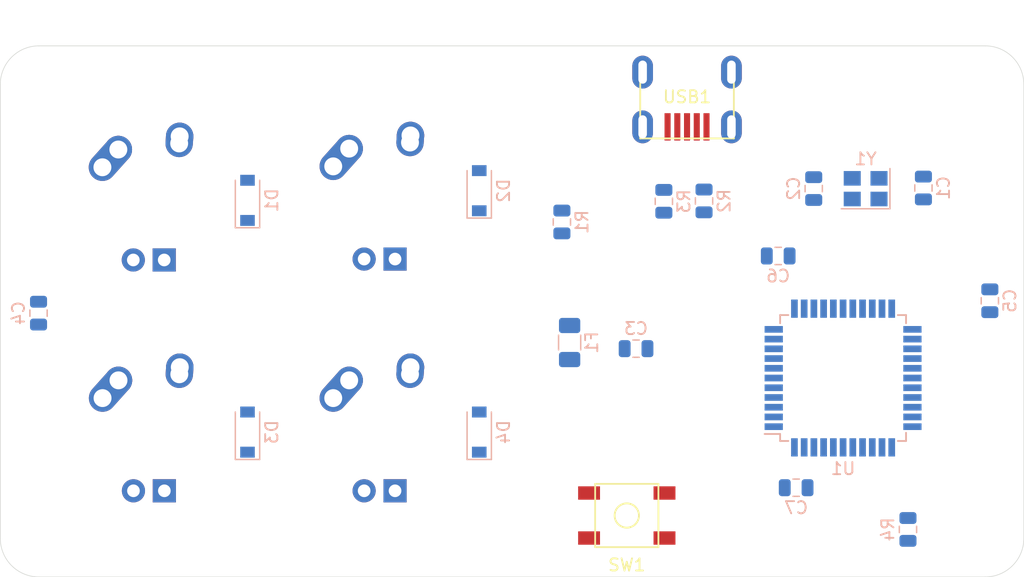
<source format=kicad_pcb>
(kicad_pcb (version 20171130) (host pcbnew "(5.1.4)-1")

  (general
    (thickness 1.6)
    (drawings 8)
    (tracks 0)
    (zones 0)
    (modules 24)
    (nets 49)
  )

  (page A4)
  (layers
    (0 F.Cu signal)
    (31 B.Cu signal)
    (32 B.Adhes user)
    (33 F.Adhes user)
    (34 B.Paste user)
    (35 F.Paste user)
    (36 B.SilkS user)
    (37 F.SilkS user)
    (38 B.Mask user)
    (39 F.Mask user)
    (40 Dwgs.User user)
    (41 Cmts.User user)
    (42 Eco1.User user)
    (43 Eco2.User user)
    (44 Edge.Cuts user)
    (45 Margin user)
    (46 B.CrtYd user)
    (47 F.CrtYd user)
    (48 B.Fab user)
    (49 F.Fab user)
  )

  (setup
    (last_trace_width 0.25)
    (trace_clearance 0.2)
    (zone_clearance 0.508)
    (zone_45_only no)
    (trace_min 0.2)
    (via_size 0.8)
    (via_drill 0.4)
    (via_min_size 0.4)
    (via_min_drill 0.3)
    (uvia_size 0.3)
    (uvia_drill 0.1)
    (uvias_allowed no)
    (uvia_min_size 0.2)
    (uvia_min_drill 0.1)
    (edge_width 0.05)
    (segment_width 0.2)
    (pcb_text_width 0.3)
    (pcb_text_size 1.5 1.5)
    (mod_edge_width 0.12)
    (mod_text_size 1 1)
    (mod_text_width 0.15)
    (pad_size 1.524 1.524)
    (pad_drill 0.762)
    (pad_to_mask_clearance 0.051)
    (solder_mask_min_width 0.25)
    (aux_axis_origin 0 0)
    (visible_elements 7FFFFFFF)
    (pcbplotparams
      (layerselection 0x010fc_ffffffff)
      (usegerberextensions false)
      (usegerberattributes false)
      (usegerberadvancedattributes false)
      (creategerberjobfile false)
      (excludeedgelayer true)
      (linewidth 0.100000)
      (plotframeref false)
      (viasonmask false)
      (mode 1)
      (useauxorigin false)
      (hpglpennumber 1)
      (hpglpenspeed 20)
      (hpglpendiameter 15.000000)
      (psnegative false)
      (psa4output false)
      (plotreference true)
      (plotvalue true)
      (plotinvisibletext false)
      (padsonsilk false)
      (subtractmaskfromsilk false)
      (outputformat 1)
      (mirror false)
      (drillshape 1)
      (scaleselection 1)
      (outputdirectory ""))
  )

  (net 0 "")
  (net 1 GND)
  (net 2 +5V)
  (net 3 "Net-(C3-Pad1)")
  (net 4 "Net-(C4-Pad1)")
  (net 5 "Net-(C6-Pad1)")
  (net 6 "Net-(D1-Pad2)")
  (net 7 ROW0)
  (net 8 "Net-(D2-Pad2)")
  (net 9 ROW1)
  (net 10 "Net-(D3-Pad2)")
  (net 11 "Net-(D4-Pad2)")
  (net 12 VCC)
  (net 13 "Net-(MX1-Pad1)")
  (net 14 "Net-(MX3-Pad1)")
  (net 15 "Net-(R1-Pad2)")
  (net 16 D-)
  (net 17 "Net-(R2-Pad2)")
  (net 18 D+)
  (net 19 "Net-(R3-Pad2)")
  (net 20 "Net-(R4-Pad2)")
  (net 21 "Net-(U1-Pad42)")
  (net 22 "Net-(U1-Pad41)")
  (net 23 "Net-(U1-Pad40)")
  (net 24 "Net-(U1-Pad39)")
  (net 25 "Net-(U1-Pad38)")
  (net 26 "Net-(U1-Pad37)")
  (net 27 "Net-(U1-Pad36)")
  (net 28 "Net-(U1-Pad32)")
  (net 29 "Net-(U1-Pad31)")
  (net 30 "Net-(U1-Pad30)")
  (net 31 "Net-(U1-Pad29)")
  (net 32 "Net-(U1-Pad28)")
  (net 33 "Net-(U1-Pad27)")
  (net 34 "Net-(U1-Pad26)")
  (net 35 "Net-(U1-Pad25)")
  (net 36 "Net-(U1-Pad22)")
  (net 37 "Net-(U1-Pad21)")
  (net 38 "Net-(U1-Pad20)")
  (net 39 "Net-(U1-Pad19)")
  (net 40 "Net-(U1-Pad18)")
  (net 41 "Net-(U1-Pad12)")
  (net 42 "Net-(U1-Pad11)")
  (net 43 "Net-(U1-Pad10)")
  (net 44 "Net-(U1-Pad9)")
  (net 45 "Net-(U1-Pad8)")
  (net 46 "Net-(U1-Pad1)")
  (net 47 "Net-(USB1-Pad6)")
  (net 48 "Net-(USB1-Pad2)")

  (net_class Default "This is the default net class."
    (clearance 0.2)
    (trace_width 0.25)
    (via_dia 0.8)
    (via_drill 0.4)
    (uvia_dia 0.3)
    (uvia_drill 0.1)
    (add_net +5V)
    (add_net D+)
    (add_net D-)
    (add_net GND)
    (add_net "Net-(C3-Pad1)")
    (add_net "Net-(C4-Pad1)")
    (add_net "Net-(C6-Pad1)")
    (add_net "Net-(D1-Pad2)")
    (add_net "Net-(D2-Pad2)")
    (add_net "Net-(D3-Pad2)")
    (add_net "Net-(D4-Pad2)")
    (add_net "Net-(MX1-Pad1)")
    (add_net "Net-(MX3-Pad1)")
    (add_net "Net-(R1-Pad2)")
    (add_net "Net-(R2-Pad2)")
    (add_net "Net-(R3-Pad2)")
    (add_net "Net-(R4-Pad2)")
    (add_net "Net-(U1-Pad1)")
    (add_net "Net-(U1-Pad10)")
    (add_net "Net-(U1-Pad11)")
    (add_net "Net-(U1-Pad12)")
    (add_net "Net-(U1-Pad18)")
    (add_net "Net-(U1-Pad19)")
    (add_net "Net-(U1-Pad20)")
    (add_net "Net-(U1-Pad21)")
    (add_net "Net-(U1-Pad22)")
    (add_net "Net-(U1-Pad25)")
    (add_net "Net-(U1-Pad26)")
    (add_net "Net-(U1-Pad27)")
    (add_net "Net-(U1-Pad28)")
    (add_net "Net-(U1-Pad29)")
    (add_net "Net-(U1-Pad30)")
    (add_net "Net-(U1-Pad31)")
    (add_net "Net-(U1-Pad32)")
    (add_net "Net-(U1-Pad36)")
    (add_net "Net-(U1-Pad37)")
    (add_net "Net-(U1-Pad38)")
    (add_net "Net-(U1-Pad39)")
    (add_net "Net-(U1-Pad40)")
    (add_net "Net-(U1-Pad41)")
    (add_net "Net-(U1-Pad42)")
    (add_net "Net-(U1-Pad8)")
    (add_net "Net-(U1-Pad9)")
    (add_net "Net-(USB1-Pad2)")
    (add_net "Net-(USB1-Pad6)")
    (add_net ROW0)
    (add_net ROW1)
    (add_net VCC)
  )

  (module MX_Alps_Hybrid:MX-1U (layer F.Cu) (tedit 5A9F3A9A) (tstamp 64331556)
    (at 105.791 53.721)
    (path /643DEA5F)
    (fp_text reference MX2 (at 0 3.175) (layer Dwgs.User)
      (effects (font (size 1 1) (thickness 0.15)))
    )
    (fp_text value MX-NoLED (at 0 -7.9375) (layer Dwgs.User)
      (effects (font (size 1 1) (thickness 0.15)))
    )
    (fp_line (start -9.525 9.525) (end -9.525 -9.525) (layer Dwgs.User) (width 0.15))
    (fp_line (start 9.525 9.525) (end -9.525 9.525) (layer Dwgs.User) (width 0.15))
    (fp_line (start 9.525 -9.525) (end 9.525 9.525) (layer Dwgs.User) (width 0.15))
    (fp_line (start -9.525 -9.525) (end 9.525 -9.525) (layer Dwgs.User) (width 0.15))
    (fp_line (start -7 -7) (end -7 -5) (layer Dwgs.User) (width 0.15))
    (fp_line (start -5 -7) (end -7 -7) (layer Dwgs.User) (width 0.15))
    (fp_line (start -7 7) (end -5 7) (layer Dwgs.User) (width 0.15))
    (fp_line (start -7 5) (end -7 7) (layer Dwgs.User) (width 0.15))
    (fp_line (start 7 7) (end 7 5) (layer Dwgs.User) (width 0.15))
    (fp_line (start 5 7) (end 7 7) (layer Dwgs.User) (width 0.15))
    (fp_line (start 7 -7) (end 7 -5) (layer Dwgs.User) (width 0.15))
    (fp_line (start 5 -7) (end 7 -7) (layer Dwgs.User) (width 0.15))
    (pad "" np_thru_hole circle (at 5.08 0 48.0996) (size 1.75 1.75) (drill 1.75) (layers *.Cu *.Mask))
    (pad "" np_thru_hole circle (at -5.08 0 48.0996) (size 1.75 1.75) (drill 1.75) (layers *.Cu *.Mask))
    (pad 4 thru_hole rect (at 1.27 5.08) (size 1.905 1.905) (drill 1.04) (layers *.Cu B.Mask))
    (pad 3 thru_hole circle (at -1.27 5.08) (size 1.905 1.905) (drill 1.04) (layers *.Cu B.Mask))
    (pad 1 thru_hole circle (at -2.5 -4) (size 2.25 2.25) (drill 1.47) (layers *.Cu B.Mask)
      (net 13 "Net-(MX1-Pad1)"))
    (pad "" np_thru_hole circle (at 0 0) (size 3.9878 3.9878) (drill 3.9878) (layers *.Cu *.Mask))
    (pad 1 thru_hole oval (at -3.81 -2.54 48.0996) (size 4.211556 2.25) (drill 1.47 (offset 0.980778 0)) (layers *.Cu B.Mask)
      (net 13 "Net-(MX1-Pad1)"))
    (pad 2 thru_hole circle (at 2.54 -5.08) (size 2.25 2.25) (drill 1.47) (layers *.Cu B.Mask)
      (net 8 "Net-(D2-Pad2)"))
    (pad 2 thru_hole oval (at 2.5 -4.5 86.0548) (size 2.831378 2.25) (drill 1.47 (offset 0.290689 0)) (layers *.Cu B.Mask)
      (net 8 "Net-(D2-Pad2)"))
  )

  (module MX_Alps_Hybrid:MX-1U (layer F.Cu) (tedit 5A9F3A9A) (tstamp 6433156F)
    (at 86.828 72.771)
    (path /643DC28E)
    (fp_text reference MX3 (at 0 3.175) (layer Dwgs.User)
      (effects (font (size 1 1) (thickness 0.15)))
    )
    (fp_text value MX-NoLED (at 0 -7.9375) (layer Dwgs.User)
      (effects (font (size 1 1) (thickness 0.15)))
    )
    (fp_line (start -9.525 9.525) (end -9.525 -9.525) (layer Dwgs.User) (width 0.15))
    (fp_line (start 9.525 9.525) (end -9.525 9.525) (layer Dwgs.User) (width 0.15))
    (fp_line (start 9.525 -9.525) (end 9.525 9.525) (layer Dwgs.User) (width 0.15))
    (fp_line (start -9.525 -9.525) (end 9.525 -9.525) (layer Dwgs.User) (width 0.15))
    (fp_line (start -7 -7) (end -7 -5) (layer Dwgs.User) (width 0.15))
    (fp_line (start -5 -7) (end -7 -7) (layer Dwgs.User) (width 0.15))
    (fp_line (start -7 7) (end -5 7) (layer Dwgs.User) (width 0.15))
    (fp_line (start -7 5) (end -7 7) (layer Dwgs.User) (width 0.15))
    (fp_line (start 7 7) (end 7 5) (layer Dwgs.User) (width 0.15))
    (fp_line (start 5 7) (end 7 7) (layer Dwgs.User) (width 0.15))
    (fp_line (start 7 -7) (end 7 -5) (layer Dwgs.User) (width 0.15))
    (fp_line (start 5 -7) (end 7 -7) (layer Dwgs.User) (width 0.15))
    (pad "" np_thru_hole circle (at 5.08 0 48.0996) (size 1.75 1.75) (drill 1.75) (layers *.Cu *.Mask))
    (pad "" np_thru_hole circle (at -5.08 0 48.0996) (size 1.75 1.75) (drill 1.75) (layers *.Cu *.Mask))
    (pad 4 thru_hole rect (at 1.27 5.08) (size 1.905 1.905) (drill 1.04) (layers *.Cu B.Mask))
    (pad 3 thru_hole circle (at -1.27 5.08) (size 1.905 1.905) (drill 1.04) (layers *.Cu B.Mask))
    (pad 1 thru_hole circle (at -2.5 -4) (size 2.25 2.25) (drill 1.47) (layers *.Cu B.Mask)
      (net 14 "Net-(MX3-Pad1)"))
    (pad "" np_thru_hole circle (at 0 0) (size 3.9878 3.9878) (drill 3.9878) (layers *.Cu *.Mask))
    (pad 1 thru_hole oval (at -3.81 -2.54 48.0996) (size 4.211556 2.25) (drill 1.47 (offset 0.980778 0)) (layers *.Cu B.Mask)
      (net 14 "Net-(MX3-Pad1)"))
    (pad 2 thru_hole circle (at 2.54 -5.08) (size 2.25 2.25) (drill 1.47) (layers *.Cu B.Mask)
      (net 10 "Net-(D3-Pad2)"))
    (pad 2 thru_hole oval (at 2.5 -4.5 86.0548) (size 2.831378 2.25) (drill 1.47 (offset 0.290689 0)) (layers *.Cu B.Mask)
      (net 10 "Net-(D3-Pad2)"))
  )

  (module Crystal:Crystal_SMD_3225-4Pin_3.2x2.5mm (layer B.Cu) (tedit 5A0FD1B2) (tstamp 64331661)
    (at 145.74375 53.01525 180)
    (descr "SMD Crystal SERIES SMD3225/4 http://www.txccrystal.com/images/pdf/7m-accuracy.pdf, 3.2x2.5mm^2 package")
    (tags "SMD SMT crystal")
    (path /6440020C)
    (attr smd)
    (fp_text reference Y1 (at 0 2.45) (layer B.SilkS)
      (effects (font (size 1 1) (thickness 0.15)) (justify mirror))
    )
    (fp_text value 16MHz (at 0 -2.45) (layer B.Fab)
      (effects (font (size 1 1) (thickness 0.15)) (justify mirror))
    )
    (fp_line (start 2.1 1.7) (end -2.1 1.7) (layer B.CrtYd) (width 0.05))
    (fp_line (start 2.1 -1.7) (end 2.1 1.7) (layer B.CrtYd) (width 0.05))
    (fp_line (start -2.1 -1.7) (end 2.1 -1.7) (layer B.CrtYd) (width 0.05))
    (fp_line (start -2.1 1.7) (end -2.1 -1.7) (layer B.CrtYd) (width 0.05))
    (fp_line (start -2 -1.65) (end 2 -1.65) (layer B.SilkS) (width 0.12))
    (fp_line (start -2 1.65) (end -2 -1.65) (layer B.SilkS) (width 0.12))
    (fp_line (start -1.6 -0.25) (end -0.6 -1.25) (layer B.Fab) (width 0.1))
    (fp_line (start 1.6 1.25) (end -1.6 1.25) (layer B.Fab) (width 0.1))
    (fp_line (start 1.6 -1.25) (end 1.6 1.25) (layer B.Fab) (width 0.1))
    (fp_line (start -1.6 -1.25) (end 1.6 -1.25) (layer B.Fab) (width 0.1))
    (fp_line (start -1.6 1.25) (end -1.6 -1.25) (layer B.Fab) (width 0.1))
    (fp_text user %R (at 0 0) (layer B.Fab)
      (effects (font (size 0.7 0.7) (thickness 0.105)) (justify mirror))
    )
    (pad 4 smd rect (at -1.1 0.85 180) (size 1.4 1.2) (layers B.Cu B.Paste B.Mask)
      (net 1 GND))
    (pad 3 smd rect (at 1.1 0.85 180) (size 1.4 1.2) (layers B.Cu B.Paste B.Mask)
      (net 4 "Net-(C4-Pad1)"))
    (pad 2 smd rect (at 1.1 -0.85 180) (size 1.4 1.2) (layers B.Cu B.Paste B.Mask)
      (net 1 GND))
    (pad 1 smd rect (at -1.1 -0.85 180) (size 1.4 1.2) (layers B.Cu B.Paste B.Mask)
      (net 3 "Net-(C3-Pad1)"))
    (model ${KISYS3DMOD}/Crystal.3dshapes/Crystal_SMD_3225-4Pin_3.2x2.5mm.wrl
      (at (xyz 0 0 0))
      (scale (xyz 1 1 1))
      (rotate (xyz 0 0 0))
    )
  )

  (module random-keyboard-parts:Molex-0548190589 (layer F.Cu) (tedit 5C494815) (tstamp 6433164D)
    (at 131.064 43.434 270)
    (path /643C85A4)
    (attr smd)
    (fp_text reference USB1 (at 2.032 0) (layer F.SilkS)
      (effects (font (size 1 1) (thickness 0.15)))
    )
    (fp_text value Molex-0548190589 (at -5.08 0) (layer Dwgs.User)
      (effects (font (size 1 1) (thickness 0.15)))
    )
    (fp_text user %R (at 2 0) (layer F.CrtYd)
      (effects (font (size 1 1) (thickness 0.15)))
    )
    (fp_line (start 3.25 -1.25) (end 5.5 -1.25) (layer F.CrtYd) (width 0.15))
    (fp_line (start 5.5 -0.5) (end 3.25 -0.5) (layer F.CrtYd) (width 0.15))
    (fp_line (start 3.25 0.5) (end 5.5 0.5) (layer F.CrtYd) (width 0.15))
    (fp_line (start 5.5 1.25) (end 3.25 1.25) (layer F.CrtYd) (width 0.15))
    (fp_line (start 3.25 2) (end 5.5 2) (layer F.CrtYd) (width 0.15))
    (fp_line (start 3.25 -2) (end 3.25 2) (layer F.CrtYd) (width 0.15))
    (fp_line (start 5.5 -2) (end 3.25 -2) (layer F.CrtYd) (width 0.15))
    (fp_line (start -3.75 3.75) (end -3.75 -3.75) (layer F.CrtYd) (width 0.15))
    (fp_line (start 5.5 3.75) (end -3.75 3.75) (layer F.CrtYd) (width 0.15))
    (fp_line (start 5.5 -3.75) (end 5.5 3.75) (layer F.CrtYd) (width 0.15))
    (fp_line (start -3.75 -3.75) (end 5.5 -3.75) (layer F.CrtYd) (width 0.15))
    (fp_line (start 0 -3.85) (end 5.45 -3.85) (layer F.SilkS) (width 0.15))
    (fp_line (start 0 3.85) (end 5.45 3.85) (layer F.SilkS) (width 0.15))
    (fp_line (start 5.45 -3.85) (end 5.45 3.85) (layer F.SilkS) (width 0.15))
    (fp_line (start -3.75 -3.85) (end 0 -3.85) (layer Dwgs.User) (width 0.15))
    (fp_line (start -3.75 3.85) (end 0 3.85) (layer Dwgs.User) (width 0.15))
    (fp_line (start -1.75 -4.572) (end -1.75 4.572) (layer Dwgs.User) (width 0.15))
    (fp_line (start -3.75 -3.85) (end -3.75 3.85) (layer Dwgs.User) (width 0.15))
    (pad 6 thru_hole oval (at 0 -3.65 270) (size 2.7 1.7) (drill oval 1.9 0.7) (layers *.Cu *.Mask)
      (net 47 "Net-(USB1-Pad6)"))
    (pad 6 thru_hole oval (at 0 3.65 270) (size 2.7 1.7) (drill oval 1.9 0.7) (layers *.Cu *.Mask)
      (net 47 "Net-(USB1-Pad6)"))
    (pad 6 thru_hole oval (at 4.5 3.65 270) (size 2.7 1.7) (drill oval 1.9 0.7) (layers *.Cu *.Mask)
      (net 47 "Net-(USB1-Pad6)"))
    (pad 6 thru_hole oval (at 4.5 -3.65 270) (size 2.7 1.7) (drill oval 1.9 0.7) (layers *.Cu *.Mask)
      (net 47 "Net-(USB1-Pad6)"))
    (pad 5 smd rect (at 4.5 -1.6 270) (size 2.25 0.5) (layers F.Cu F.Paste F.Mask)
      (net 12 VCC))
    (pad 4 smd rect (at 4.5 -0.8 270) (size 2.25 0.5) (layers F.Cu F.Paste F.Mask)
      (net 16 D-))
    (pad 3 smd rect (at 4.5 0 270) (size 2.25 0.5) (layers F.Cu F.Paste F.Mask)
      (net 18 D+))
    (pad 2 smd rect (at 4.5 0.8 270) (size 2.25 0.5) (layers F.Cu F.Paste F.Mask)
      (net 48 "Net-(USB1-Pad2)"))
    (pad 1 smd rect (at 4.5 1.6 270) (size 2.25 0.5) (layers F.Cu F.Paste F.Mask)
      (net 1 GND))
  )

  (module Package_QFP:TQFP-44_10x10mm_P0.8mm (layer B.Cu) (tedit 5A02F146) (tstamp 6433162D)
    (at 143.891 68.58)
    (descr "44-Lead Plastic Thin Quad Flatpack (PT) - 10x10x1.0 mm Body [TQFP] (see Microchip Packaging Specification 00000049BS.pdf)")
    (tags "QFP 0.8")
    (path /6433A4A7)
    (attr smd)
    (fp_text reference U1 (at 0 7.45) (layer B.SilkS)
      (effects (font (size 1 1) (thickness 0.15)) (justify mirror))
    )
    (fp_text value ATmega32U4-AU (at 0 -7.45) (layer B.Fab)
      (effects (font (size 1 1) (thickness 0.15)) (justify mirror))
    )
    (fp_line (start -5.175 4.6) (end -6.45 4.6) (layer B.SilkS) (width 0.15))
    (fp_line (start 5.175 5.175) (end 4.5 5.175) (layer B.SilkS) (width 0.15))
    (fp_line (start 5.175 -5.175) (end 4.5 -5.175) (layer B.SilkS) (width 0.15))
    (fp_line (start -5.175 -5.175) (end -4.5 -5.175) (layer B.SilkS) (width 0.15))
    (fp_line (start -5.175 5.175) (end -4.5 5.175) (layer B.SilkS) (width 0.15))
    (fp_line (start -5.175 -5.175) (end -5.175 -4.5) (layer B.SilkS) (width 0.15))
    (fp_line (start 5.175 -5.175) (end 5.175 -4.5) (layer B.SilkS) (width 0.15))
    (fp_line (start 5.175 5.175) (end 5.175 4.5) (layer B.SilkS) (width 0.15))
    (fp_line (start -5.175 5.175) (end -5.175 4.6) (layer B.SilkS) (width 0.15))
    (fp_line (start -6.7 -6.7) (end 6.7 -6.7) (layer B.CrtYd) (width 0.05))
    (fp_line (start -6.7 6.7) (end 6.7 6.7) (layer B.CrtYd) (width 0.05))
    (fp_line (start 6.7 6.7) (end 6.7 -6.7) (layer B.CrtYd) (width 0.05))
    (fp_line (start -6.7 6.7) (end -6.7 -6.7) (layer B.CrtYd) (width 0.05))
    (fp_line (start -5 4) (end -4 5) (layer B.Fab) (width 0.15))
    (fp_line (start -5 -5) (end -5 4) (layer B.Fab) (width 0.15))
    (fp_line (start 5 -5) (end -5 -5) (layer B.Fab) (width 0.15))
    (fp_line (start 5 5) (end 5 -5) (layer B.Fab) (width 0.15))
    (fp_line (start -4 5) (end 5 5) (layer B.Fab) (width 0.15))
    (fp_text user %R (at 0 0) (layer B.Fab)
      (effects (font (size 1 1) (thickness 0.15)) (justify mirror))
    )
    (pad 44 smd rect (at -4 5.7 270) (size 1.5 0.55) (layers B.Cu B.Paste B.Mask)
      (net 2 +5V))
    (pad 43 smd rect (at -3.2 5.7 270) (size 1.5 0.55) (layers B.Cu B.Paste B.Mask)
      (net 1 GND))
    (pad 42 smd rect (at -2.4 5.7 270) (size 1.5 0.55) (layers B.Cu B.Paste B.Mask)
      (net 21 "Net-(U1-Pad42)"))
    (pad 41 smd rect (at -1.6 5.7 270) (size 1.5 0.55) (layers B.Cu B.Paste B.Mask)
      (net 22 "Net-(U1-Pad41)"))
    (pad 40 smd rect (at -0.8 5.7 270) (size 1.5 0.55) (layers B.Cu B.Paste B.Mask)
      (net 23 "Net-(U1-Pad40)"))
    (pad 39 smd rect (at 0 5.7 270) (size 1.5 0.55) (layers B.Cu B.Paste B.Mask)
      (net 24 "Net-(U1-Pad39)"))
    (pad 38 smd rect (at 0.8 5.7 270) (size 1.5 0.55) (layers B.Cu B.Paste B.Mask)
      (net 25 "Net-(U1-Pad38)"))
    (pad 37 smd rect (at 1.6 5.7 270) (size 1.5 0.55) (layers B.Cu B.Paste B.Mask)
      (net 26 "Net-(U1-Pad37)"))
    (pad 36 smd rect (at 2.4 5.7 270) (size 1.5 0.55) (layers B.Cu B.Paste B.Mask)
      (net 27 "Net-(U1-Pad36)"))
    (pad 35 smd rect (at 3.2 5.7 270) (size 1.5 0.55) (layers B.Cu B.Paste B.Mask)
      (net 1 GND))
    (pad 34 smd rect (at 4 5.7 270) (size 1.5 0.55) (layers B.Cu B.Paste B.Mask)
      (net 2 +5V))
    (pad 33 smd rect (at 5.7 4) (size 1.5 0.55) (layers B.Cu B.Paste B.Mask)
      (net 20 "Net-(R4-Pad2)"))
    (pad 32 smd rect (at 5.7 3.2) (size 1.5 0.55) (layers B.Cu B.Paste B.Mask)
      (net 28 "Net-(U1-Pad32)"))
    (pad 31 smd rect (at 5.7 2.4) (size 1.5 0.55) (layers B.Cu B.Paste B.Mask)
      (net 29 "Net-(U1-Pad31)"))
    (pad 30 smd rect (at 5.7 1.6) (size 1.5 0.55) (layers B.Cu B.Paste B.Mask)
      (net 30 "Net-(U1-Pad30)"))
    (pad 29 smd rect (at 5.7 0.8) (size 1.5 0.55) (layers B.Cu B.Paste B.Mask)
      (net 31 "Net-(U1-Pad29)"))
    (pad 28 smd rect (at 5.7 0) (size 1.5 0.55) (layers B.Cu B.Paste B.Mask)
      (net 32 "Net-(U1-Pad28)"))
    (pad 27 smd rect (at 5.7 -0.8) (size 1.5 0.55) (layers B.Cu B.Paste B.Mask)
      (net 33 "Net-(U1-Pad27)"))
    (pad 26 smd rect (at 5.7 -1.6) (size 1.5 0.55) (layers B.Cu B.Paste B.Mask)
      (net 34 "Net-(U1-Pad26)"))
    (pad 25 smd rect (at 5.7 -2.4) (size 1.5 0.55) (layers B.Cu B.Paste B.Mask)
      (net 35 "Net-(U1-Pad25)"))
    (pad 24 smd rect (at 5.7 -3.2) (size 1.5 0.55) (layers B.Cu B.Paste B.Mask)
      (net 2 +5V))
    (pad 23 smd rect (at 5.7 -4) (size 1.5 0.55) (layers B.Cu B.Paste B.Mask)
      (net 1 GND))
    (pad 22 smd rect (at 4 -5.7 270) (size 1.5 0.55) (layers B.Cu B.Paste B.Mask)
      (net 36 "Net-(U1-Pad22)"))
    (pad 21 smd rect (at 3.2 -5.7 270) (size 1.5 0.55) (layers B.Cu B.Paste B.Mask)
      (net 37 "Net-(U1-Pad21)"))
    (pad 20 smd rect (at 2.4 -5.7 270) (size 1.5 0.55) (layers B.Cu B.Paste B.Mask)
      (net 38 "Net-(U1-Pad20)"))
    (pad 19 smd rect (at 1.6 -5.7 270) (size 1.5 0.55) (layers B.Cu B.Paste B.Mask)
      (net 39 "Net-(U1-Pad19)"))
    (pad 18 smd rect (at 0.8 -5.7 270) (size 1.5 0.55) (layers B.Cu B.Paste B.Mask)
      (net 40 "Net-(U1-Pad18)"))
    (pad 17 smd rect (at 0 -5.7 270) (size 1.5 0.55) (layers B.Cu B.Paste B.Mask)
      (net 3 "Net-(C3-Pad1)"))
    (pad 16 smd rect (at -0.8 -5.7 270) (size 1.5 0.55) (layers B.Cu B.Paste B.Mask)
      (net 4 "Net-(C4-Pad1)"))
    (pad 15 smd rect (at -1.6 -5.7 270) (size 1.5 0.55) (layers B.Cu B.Paste B.Mask)
      (net 1 GND))
    (pad 14 smd rect (at -2.4 -5.7 270) (size 1.5 0.55) (layers B.Cu B.Paste B.Mask)
      (net 2 +5V))
    (pad 13 smd rect (at -3.2 -5.7 270) (size 1.5 0.55) (layers B.Cu B.Paste B.Mask)
      (net 19 "Net-(R3-Pad2)"))
    (pad 12 smd rect (at -4 -5.7 270) (size 1.5 0.55) (layers B.Cu B.Paste B.Mask)
      (net 41 "Net-(U1-Pad12)"))
    (pad 11 smd rect (at -5.7 -4) (size 1.5 0.55) (layers B.Cu B.Paste B.Mask)
      (net 42 "Net-(U1-Pad11)"))
    (pad 10 smd rect (at -5.7 -3.2) (size 1.5 0.55) (layers B.Cu B.Paste B.Mask)
      (net 43 "Net-(U1-Pad10)"))
    (pad 9 smd rect (at -5.7 -2.4) (size 1.5 0.55) (layers B.Cu B.Paste B.Mask)
      (net 44 "Net-(U1-Pad9)"))
    (pad 8 smd rect (at -5.7 -1.6) (size 1.5 0.55) (layers B.Cu B.Paste B.Mask)
      (net 45 "Net-(U1-Pad8)"))
    (pad 7 smd rect (at -5.7 -0.8) (size 1.5 0.55) (layers B.Cu B.Paste B.Mask)
      (net 2 +5V))
    (pad 6 smd rect (at -5.7 0) (size 1.5 0.55) (layers B.Cu B.Paste B.Mask)
      (net 5 "Net-(C6-Pad1)"))
    (pad 5 smd rect (at -5.7 0.8) (size 1.5 0.55) (layers B.Cu B.Paste B.Mask)
      (net 1 GND))
    (pad 4 smd rect (at -5.7 1.6) (size 1.5 0.55) (layers B.Cu B.Paste B.Mask)
      (net 17 "Net-(R2-Pad2)"))
    (pad 3 smd rect (at -5.7 2.4) (size 1.5 0.55) (layers B.Cu B.Paste B.Mask)
      (net 15 "Net-(R1-Pad2)"))
    (pad 2 smd rect (at -5.7 3.2) (size 1.5 0.55) (layers B.Cu B.Paste B.Mask)
      (net 2 +5V))
    (pad 1 smd rect (at -5.7 4) (size 1.5 0.55) (layers B.Cu B.Paste B.Mask)
      (net 46 "Net-(U1-Pad1)"))
    (model ${KISYS3DMOD}/Package_QFP.3dshapes/TQFP-44_10x10mm_P0.8mm.wrl
      (at (xyz 0 0 0))
      (scale (xyz 1 1 1))
      (rotate (xyz 0 0 0))
    )
  )

  (module random-keyboard-parts:SKQG-1155865 (layer F.Cu) (tedit 5E62B398) (tstamp 643315EA)
    (at 126.111 79.883)
    (path /643A5CD5)
    (attr smd)
    (fp_text reference SW1 (at 0 4.064) (layer F.SilkS)
      (effects (font (size 1 1) (thickness 0.15)))
    )
    (fp_text value SW_Push (at 0 -4.064) (layer F.Fab)
      (effects (font (size 1 1) (thickness 0.15)))
    )
    (fp_line (start -2.6 -2.6) (end 2.6 -2.6) (layer F.SilkS) (width 0.15))
    (fp_line (start 2.6 -2.6) (end 2.6 2.6) (layer F.SilkS) (width 0.15))
    (fp_line (start 2.6 2.6) (end -2.6 2.6) (layer F.SilkS) (width 0.15))
    (fp_line (start -2.6 2.6) (end -2.6 -2.6) (layer F.SilkS) (width 0.15))
    (fp_circle (center 0 0) (end 1 0) (layer F.SilkS) (width 0.15))
    (fp_line (start -4.2 -2.6) (end 4.2 -2.6) (layer F.Fab) (width 0.15))
    (fp_line (start 4.2 -2.6) (end 4.2 -1.2) (layer F.Fab) (width 0.15))
    (fp_line (start 4.2 -1.1) (end 2.6 -1.1) (layer F.Fab) (width 0.15))
    (fp_line (start 2.6 -1.1) (end 2.6 1.1) (layer F.Fab) (width 0.15))
    (fp_line (start 2.6 1.1) (end 4.2 1.1) (layer F.Fab) (width 0.15))
    (fp_line (start 4.2 1.1) (end 4.2 2.6) (layer F.Fab) (width 0.15))
    (fp_line (start 4.2 2.6) (end -4.2 2.6) (layer F.Fab) (width 0.15))
    (fp_line (start -4.2 2.6) (end -4.2 1.1) (layer F.Fab) (width 0.15))
    (fp_line (start -4.2 1.1) (end -2.6 1.1) (layer F.Fab) (width 0.15))
    (fp_line (start -2.6 1.1) (end -2.6 -1.1) (layer F.Fab) (width 0.15))
    (fp_line (start -2.6 -1.1) (end -4.2 -1.1) (layer F.Fab) (width 0.15))
    (fp_line (start -4.2 -1.1) (end -4.2 -2.6) (layer F.Fab) (width 0.15))
    (fp_circle (center 0 0) (end 1 0) (layer F.Fab) (width 0.15))
    (fp_line (start -2.6 -1.1) (end -1.1 -2.6) (layer F.Fab) (width 0.15))
    (fp_line (start 2.6 -1.1) (end 1.1 -2.6) (layer F.Fab) (width 0.15))
    (fp_line (start 2.6 1.1) (end 1.1 2.6) (layer F.Fab) (width 0.15))
    (fp_line (start -2.6 1.1) (end -1.1 2.6) (layer F.Fab) (width 0.15))
    (pad 4 smd rect (at -3.1 1.85) (size 1.8 1.1) (layers F.Cu F.Paste F.Mask))
    (pad 3 smd rect (at 3.1 -1.85) (size 1.8 1.1) (layers F.Cu F.Paste F.Mask))
    (pad 2 smd rect (at -3.1 -1.85) (size 1.8 1.1) (layers F.Cu F.Paste F.Mask)
      (net 19 "Net-(R3-Pad2)"))
    (pad 1 smd rect (at 3.1 1.85) (size 1.8 1.1) (layers F.Cu F.Paste F.Mask)
      (net 1 GND))
    (model ${KISYS3DMOD}/Button_Switch_SMD.3dshapes/SW_SPST_TL3342.step
      (at (xyz 0 0 0))
      (scale (xyz 1 1 1))
      (rotate (xyz 0 0 0))
    )
  )

  (module Resistor_SMD:R_0805_2012Metric (layer B.Cu) (tedit 5B36C52B) (tstamp 643315CC)
    (at 149.225 81.026 270)
    (descr "Resistor SMD 0805 (2012 Metric), square (rectangular) end terminal, IPC_7351 nominal, (Body size source: https://docs.google.com/spreadsheets/d/1BsfQQcO9C6DZCsRaXUlFlo91Tg2WpOkGARC1WS5S8t0/edit?usp=sharing), generated with kicad-footprint-generator")
    (tags resistor)
    (path /6434FA4A)
    (attr smd)
    (fp_text reference R4 (at 0 1.65 270) (layer B.SilkS)
      (effects (font (size 1 1) (thickness 0.15)) (justify mirror))
    )
    (fp_text value 10k (at 0 -1.65 270) (layer B.Fab)
      (effects (font (size 1 1) (thickness 0.15)) (justify mirror))
    )
    (fp_text user %R (at 0 0 270) (layer B.Fab)
      (effects (font (size 0.5 0.5) (thickness 0.08)) (justify mirror))
    )
    (fp_line (start 1.68 -0.95) (end -1.68 -0.95) (layer B.CrtYd) (width 0.05))
    (fp_line (start 1.68 0.95) (end 1.68 -0.95) (layer B.CrtYd) (width 0.05))
    (fp_line (start -1.68 0.95) (end 1.68 0.95) (layer B.CrtYd) (width 0.05))
    (fp_line (start -1.68 -0.95) (end -1.68 0.95) (layer B.CrtYd) (width 0.05))
    (fp_line (start -0.258578 -0.71) (end 0.258578 -0.71) (layer B.SilkS) (width 0.12))
    (fp_line (start -0.258578 0.71) (end 0.258578 0.71) (layer B.SilkS) (width 0.12))
    (fp_line (start 1 -0.6) (end -1 -0.6) (layer B.Fab) (width 0.1))
    (fp_line (start 1 0.6) (end 1 -0.6) (layer B.Fab) (width 0.1))
    (fp_line (start -1 0.6) (end 1 0.6) (layer B.Fab) (width 0.1))
    (fp_line (start -1 -0.6) (end -1 0.6) (layer B.Fab) (width 0.1))
    (pad 2 smd roundrect (at 0.9375 0 270) (size 0.975 1.4) (layers B.Cu B.Paste B.Mask) (roundrect_rratio 0.25)
      (net 20 "Net-(R4-Pad2)"))
    (pad 1 smd roundrect (at -0.9375 0 270) (size 0.975 1.4) (layers B.Cu B.Paste B.Mask) (roundrect_rratio 0.25)
      (net 1 GND))
    (model ${KISYS3DMOD}/Resistor_SMD.3dshapes/R_0805_2012Metric.wrl
      (at (xyz 0 0 0))
      (scale (xyz 1 1 1))
      (rotate (xyz 0 0 0))
    )
  )

  (module Resistor_SMD:R_0805_2012Metric (layer B.Cu) (tedit 5B36C52B) (tstamp 643315BB)
    (at 129.159 54.0535 90)
    (descr "Resistor SMD 0805 (2012 Metric), square (rectangular) end terminal, IPC_7351 nominal, (Body size source: https://docs.google.com/spreadsheets/d/1BsfQQcO9C6DZCsRaXUlFlo91Tg2WpOkGARC1WS5S8t0/edit?usp=sharing), generated with kicad-footprint-generator")
    (tags resistor)
    (path /643ACD68)
    (attr smd)
    (fp_text reference R3 (at 0 1.65 90) (layer B.SilkS)
      (effects (font (size 1 1) (thickness 0.15)) (justify mirror))
    )
    (fp_text value 22 (at 0 -1.65 90) (layer B.Fab)
      (effects (font (size 1 1) (thickness 0.15)) (justify mirror))
    )
    (fp_text user %R (at 0 0 90) (layer B.Fab)
      (effects (font (size 0.5 0.5) (thickness 0.08)) (justify mirror))
    )
    (fp_line (start 1.68 -0.95) (end -1.68 -0.95) (layer B.CrtYd) (width 0.05))
    (fp_line (start 1.68 0.95) (end 1.68 -0.95) (layer B.CrtYd) (width 0.05))
    (fp_line (start -1.68 0.95) (end 1.68 0.95) (layer B.CrtYd) (width 0.05))
    (fp_line (start -1.68 -0.95) (end -1.68 0.95) (layer B.CrtYd) (width 0.05))
    (fp_line (start -0.258578 -0.71) (end 0.258578 -0.71) (layer B.SilkS) (width 0.12))
    (fp_line (start -0.258578 0.71) (end 0.258578 0.71) (layer B.SilkS) (width 0.12))
    (fp_line (start 1 -0.6) (end -1 -0.6) (layer B.Fab) (width 0.1))
    (fp_line (start 1 0.6) (end 1 -0.6) (layer B.Fab) (width 0.1))
    (fp_line (start -1 0.6) (end 1 0.6) (layer B.Fab) (width 0.1))
    (fp_line (start -1 -0.6) (end -1 0.6) (layer B.Fab) (width 0.1))
    (pad 2 smd roundrect (at 0.9375 0 90) (size 0.975 1.4) (layers B.Cu B.Paste B.Mask) (roundrect_rratio 0.25)
      (net 19 "Net-(R3-Pad2)"))
    (pad 1 smd roundrect (at -0.9375 0 90) (size 0.975 1.4) (layers B.Cu B.Paste B.Mask) (roundrect_rratio 0.25)
      (net 2 +5V))
    (model ${KISYS3DMOD}/Resistor_SMD.3dshapes/R_0805_2012Metric.wrl
      (at (xyz 0 0 0))
      (scale (xyz 1 1 1))
      (rotate (xyz 0 0 0))
    )
  )

  (module Resistor_SMD:R_0805_2012Metric (layer B.Cu) (tedit 5B36C52B) (tstamp 6433437D)
    (at 132.461 54.0235 90)
    (descr "Resistor SMD 0805 (2012 Metric), square (rectangular) end terminal, IPC_7351 nominal, (Body size source: https://docs.google.com/spreadsheets/d/1BsfQQcO9C6DZCsRaXUlFlo91Tg2WpOkGARC1WS5S8t0/edit?usp=sharing), generated with kicad-footprint-generator")
    (tags resistor)
    (path /643532BF)
    (attr smd)
    (fp_text reference R2 (at 0 1.65 270) (layer B.SilkS)
      (effects (font (size 1 1) (thickness 0.15)) (justify mirror))
    )
    (fp_text value 22 (at 0 -1.65 270) (layer B.Fab)
      (effects (font (size 1 1) (thickness 0.15)) (justify mirror))
    )
    (fp_text user %R (at 0 0 270) (layer B.Fab)
      (effects (font (size 0.5 0.5) (thickness 0.08)) (justify mirror))
    )
    (fp_line (start 1.68 -0.95) (end -1.68 -0.95) (layer B.CrtYd) (width 0.05))
    (fp_line (start 1.68 0.95) (end 1.68 -0.95) (layer B.CrtYd) (width 0.05))
    (fp_line (start -1.68 0.95) (end 1.68 0.95) (layer B.CrtYd) (width 0.05))
    (fp_line (start -1.68 -0.95) (end -1.68 0.95) (layer B.CrtYd) (width 0.05))
    (fp_line (start -0.258578 -0.71) (end 0.258578 -0.71) (layer B.SilkS) (width 0.12))
    (fp_line (start -0.258578 0.71) (end 0.258578 0.71) (layer B.SilkS) (width 0.12))
    (fp_line (start 1 -0.6) (end -1 -0.6) (layer B.Fab) (width 0.1))
    (fp_line (start 1 0.6) (end 1 -0.6) (layer B.Fab) (width 0.1))
    (fp_line (start -1 0.6) (end 1 0.6) (layer B.Fab) (width 0.1))
    (fp_line (start -1 -0.6) (end -1 0.6) (layer B.Fab) (width 0.1))
    (pad 2 smd roundrect (at 0.9375 0 90) (size 0.975 1.4) (layers B.Cu B.Paste B.Mask) (roundrect_rratio 0.25)
      (net 17 "Net-(R2-Pad2)"))
    (pad 1 smd roundrect (at -0.9375 0 90) (size 0.975 1.4) (layers B.Cu B.Paste B.Mask) (roundrect_rratio 0.25)
      (net 18 D+))
    (model ${KISYS3DMOD}/Resistor_SMD.3dshapes/R_0805_2012Metric.wrl
      (at (xyz 0 0 0))
      (scale (xyz 1 1 1))
      (rotate (xyz 0 0 0))
    )
  )

  (module Resistor_SMD:R_0805_2012Metric (layer B.Cu) (tedit 5B36C52B) (tstamp 64331599)
    (at 120.777 55.753 90)
    (descr "Resistor SMD 0805 (2012 Metric), square (rectangular) end terminal, IPC_7351 nominal, (Body size source: https://docs.google.com/spreadsheets/d/1BsfQQcO9C6DZCsRaXUlFlo91Tg2WpOkGARC1WS5S8t0/edit?usp=sharing), generated with kicad-footprint-generator")
    (tags resistor)
    (path /64356707)
    (attr smd)
    (fp_text reference R1 (at 0 1.65 90) (layer B.SilkS)
      (effects (font (size 1 1) (thickness 0.15)) (justify mirror))
    )
    (fp_text value 22 (at 0 -1.65 90) (layer B.Fab)
      (effects (font (size 1 1) (thickness 0.15)) (justify mirror))
    )
    (fp_text user %R (at 0 0 90) (layer B.Fab)
      (effects (font (size 0.5 0.5) (thickness 0.08)) (justify mirror))
    )
    (fp_line (start 1.68 -0.95) (end -1.68 -0.95) (layer B.CrtYd) (width 0.05))
    (fp_line (start 1.68 0.95) (end 1.68 -0.95) (layer B.CrtYd) (width 0.05))
    (fp_line (start -1.68 0.95) (end 1.68 0.95) (layer B.CrtYd) (width 0.05))
    (fp_line (start -1.68 -0.95) (end -1.68 0.95) (layer B.CrtYd) (width 0.05))
    (fp_line (start -0.258578 -0.71) (end 0.258578 -0.71) (layer B.SilkS) (width 0.12))
    (fp_line (start -0.258578 0.71) (end 0.258578 0.71) (layer B.SilkS) (width 0.12))
    (fp_line (start 1 -0.6) (end -1 -0.6) (layer B.Fab) (width 0.1))
    (fp_line (start 1 0.6) (end 1 -0.6) (layer B.Fab) (width 0.1))
    (fp_line (start -1 0.6) (end 1 0.6) (layer B.Fab) (width 0.1))
    (fp_line (start -1 -0.6) (end -1 0.6) (layer B.Fab) (width 0.1))
    (pad 2 smd roundrect (at 0.9375 0 90) (size 0.975 1.4) (layers B.Cu B.Paste B.Mask) (roundrect_rratio 0.25)
      (net 15 "Net-(R1-Pad2)"))
    (pad 1 smd roundrect (at -0.9375 0 90) (size 0.975 1.4) (layers B.Cu B.Paste B.Mask) (roundrect_rratio 0.25)
      (net 16 D-))
    (model ${KISYS3DMOD}/Resistor_SMD.3dshapes/R_0805_2012Metric.wrl
      (at (xyz 0 0 0))
      (scale (xyz 1 1 1))
      (rotate (xyz 0 0 0))
    )
  )

  (module MX_Alps_Hybrid:MX-1U (layer F.Cu) (tedit 5A9F3A9A) (tstamp 64331588)
    (at 105.791 72.771)
    (path /643DD990)
    (fp_text reference MX4 (at 0 3.175) (layer Dwgs.User)
      (effects (font (size 1 1) (thickness 0.15)))
    )
    (fp_text value MX-NoLED (at 0 -7.9375) (layer Dwgs.User)
      (effects (font (size 1 1) (thickness 0.15)))
    )
    (fp_line (start -9.525 9.525) (end -9.525 -9.525) (layer Dwgs.User) (width 0.15))
    (fp_line (start 9.525 9.525) (end -9.525 9.525) (layer Dwgs.User) (width 0.15))
    (fp_line (start 9.525 -9.525) (end 9.525 9.525) (layer Dwgs.User) (width 0.15))
    (fp_line (start -9.525 -9.525) (end 9.525 -9.525) (layer Dwgs.User) (width 0.15))
    (fp_line (start -7 -7) (end -7 -5) (layer Dwgs.User) (width 0.15))
    (fp_line (start -5 -7) (end -7 -7) (layer Dwgs.User) (width 0.15))
    (fp_line (start -7 7) (end -5 7) (layer Dwgs.User) (width 0.15))
    (fp_line (start -7 5) (end -7 7) (layer Dwgs.User) (width 0.15))
    (fp_line (start 7 7) (end 7 5) (layer Dwgs.User) (width 0.15))
    (fp_line (start 5 7) (end 7 7) (layer Dwgs.User) (width 0.15))
    (fp_line (start 7 -7) (end 7 -5) (layer Dwgs.User) (width 0.15))
    (fp_line (start 5 -7) (end 7 -7) (layer Dwgs.User) (width 0.15))
    (pad "" np_thru_hole circle (at 5.08 0 48.0996) (size 1.75 1.75) (drill 1.75) (layers *.Cu *.Mask))
    (pad "" np_thru_hole circle (at -5.08 0 48.0996) (size 1.75 1.75) (drill 1.75) (layers *.Cu *.Mask))
    (pad 4 thru_hole rect (at 1.27 5.08) (size 1.905 1.905) (drill 1.04) (layers *.Cu B.Mask))
    (pad 3 thru_hole circle (at -1.27 5.08) (size 1.905 1.905) (drill 1.04) (layers *.Cu B.Mask))
    (pad 1 thru_hole circle (at -2.5 -4) (size 2.25 2.25) (drill 1.47) (layers *.Cu B.Mask)
      (net 14 "Net-(MX3-Pad1)"))
    (pad "" np_thru_hole circle (at 0 0) (size 3.9878 3.9878) (drill 3.9878) (layers *.Cu *.Mask))
    (pad 1 thru_hole oval (at -3.81 -2.54 48.0996) (size 4.211556 2.25) (drill 1.47 (offset 0.980778 0)) (layers *.Cu B.Mask)
      (net 14 "Net-(MX3-Pad1)"))
    (pad 2 thru_hole circle (at 2.54 -5.08) (size 2.25 2.25) (drill 1.47) (layers *.Cu B.Mask)
      (net 11 "Net-(D4-Pad2)"))
    (pad 2 thru_hole oval (at 2.5 -4.5 86.0548) (size 2.831378 2.25) (drill 1.47 (offset 0.290689 0)) (layers *.Cu B.Mask)
      (net 11 "Net-(D4-Pad2)"))
  )

  (module MX_Alps_Hybrid:MX-1U locked (layer F.Cu) (tedit 5A9F3A9A) (tstamp 64331EB0)
    (at 86.816001 53.796001)
    (path /643D5672)
    (fp_text reference MX1 (at 0 3.175) (layer Dwgs.User)
      (effects (font (size 1 1) (thickness 0.15)))
    )
    (fp_text value MX-NoLED (at 0 -7.9375) (layer Dwgs.User)
      (effects (font (size 1 1) (thickness 0.15)))
    )
    (fp_line (start -9.525 9.525) (end -9.525 -9.525) (layer Dwgs.User) (width 0.15))
    (fp_line (start 9.525 9.525) (end -9.525 9.525) (layer Dwgs.User) (width 0.15))
    (fp_line (start 9.525 -9.525) (end 9.525 9.525) (layer Dwgs.User) (width 0.15))
    (fp_line (start -9.525 -9.525) (end 9.525 -9.525) (layer Dwgs.User) (width 0.15))
    (fp_line (start -7 -7) (end -7 -5) (layer Dwgs.User) (width 0.15))
    (fp_line (start -5 -7) (end -7 -7) (layer Dwgs.User) (width 0.15))
    (fp_line (start -7 7) (end -5 7) (layer Dwgs.User) (width 0.15))
    (fp_line (start -7 5) (end -7 7) (layer Dwgs.User) (width 0.15))
    (fp_line (start 7 7) (end 7 5) (layer Dwgs.User) (width 0.15))
    (fp_line (start 5 7) (end 7 7) (layer Dwgs.User) (width 0.15))
    (fp_line (start 7 -7) (end 7 -5) (layer Dwgs.User) (width 0.15))
    (fp_line (start 5 -7) (end 7 -7) (layer Dwgs.User) (width 0.15))
    (pad "" np_thru_hole circle (at 5.08 0 48.0996) (size 1.75 1.75) (drill 1.75) (layers *.Cu *.Mask))
    (pad "" np_thru_hole circle (at -5.08 0 48.0996) (size 1.75 1.75) (drill 1.75) (layers *.Cu *.Mask))
    (pad 4 thru_hole rect (at 1.27 5.08) (size 1.905 1.905) (drill 1.04) (layers *.Cu B.Mask))
    (pad 3 thru_hole circle (at -1.27 5.08) (size 1.905 1.905) (drill 1.04) (layers *.Cu B.Mask))
    (pad 1 thru_hole circle (at -2.5 -4) (size 2.25 2.25) (drill 1.47) (layers *.Cu B.Mask)
      (net 13 "Net-(MX1-Pad1)"))
    (pad "" np_thru_hole circle (at 0 0) (size 3.9878 3.9878) (drill 3.9878) (layers *.Cu *.Mask))
    (pad 1 thru_hole oval (at -3.81 -2.54 48.0996) (size 4.211556 2.25) (drill 1.47 (offset 0.980778 0)) (layers *.Cu B.Mask)
      (net 13 "Net-(MX1-Pad1)"))
    (pad 2 thru_hole circle (at 2.54 -5.08) (size 2.25 2.25) (drill 1.47) (layers *.Cu B.Mask)
      (net 6 "Net-(D1-Pad2)"))
    (pad 2 thru_hole oval (at 2.5 -4.5 86.0548) (size 2.831378 2.25) (drill 1.47 (offset 0.290689 0)) (layers *.Cu B.Mask)
      (net 6 "Net-(D1-Pad2)"))
  )

  (module Fuse:Fuse_1206_3216Metric (layer B.Cu) (tedit 5B301BBE) (tstamp 64331524)
    (at 121.412 65.661999 90)
    (descr "Fuse SMD 1206 (3216 Metric), square (rectangular) end terminal, IPC_7351 nominal, (Body size source: http://www.tortai-tech.com/upload/download/2011102023233369053.pdf), generated with kicad-footprint-generator")
    (tags resistor)
    (path /643CF417)
    (attr smd)
    (fp_text reference F1 (at 0 1.82 270) (layer B.SilkS)
      (effects (font (size 1 1) (thickness 0.15)) (justify mirror))
    )
    (fp_text value 500mA (at 0 -1.82 270) (layer B.Fab)
      (effects (font (size 1 1) (thickness 0.15)) (justify mirror))
    )
    (fp_text user %R (at 0 0 270) (layer B.Fab)
      (effects (font (size 0.8 0.8) (thickness 0.12)) (justify mirror))
    )
    (fp_line (start 2.28 -1.12) (end -2.28 -1.12) (layer B.CrtYd) (width 0.05))
    (fp_line (start 2.28 1.12) (end 2.28 -1.12) (layer B.CrtYd) (width 0.05))
    (fp_line (start -2.28 1.12) (end 2.28 1.12) (layer B.CrtYd) (width 0.05))
    (fp_line (start -2.28 -1.12) (end -2.28 1.12) (layer B.CrtYd) (width 0.05))
    (fp_line (start -0.602064 -0.91) (end 0.602064 -0.91) (layer B.SilkS) (width 0.12))
    (fp_line (start -0.602064 0.91) (end 0.602064 0.91) (layer B.SilkS) (width 0.12))
    (fp_line (start 1.6 -0.8) (end -1.6 -0.8) (layer B.Fab) (width 0.1))
    (fp_line (start 1.6 0.8) (end 1.6 -0.8) (layer B.Fab) (width 0.1))
    (fp_line (start -1.6 0.8) (end 1.6 0.8) (layer B.Fab) (width 0.1))
    (fp_line (start -1.6 -0.8) (end -1.6 0.8) (layer B.Fab) (width 0.1))
    (pad 2 smd roundrect (at 1.4 0 90) (size 1.25 1.75) (layers B.Cu B.Paste B.Mask) (roundrect_rratio 0.2)
      (net 12 VCC))
    (pad 1 smd roundrect (at -1.4 0 90) (size 1.25 1.75) (layers B.Cu B.Paste B.Mask) (roundrect_rratio 0.2)
      (net 2 +5V))
    (model ${KISYS3DMOD}/Fuse.3dshapes/Fuse_1206_3216Metric.wrl
      (at (xyz 0 0 0))
      (scale (xyz 1 1 1))
      (rotate (xyz 0 0 0))
    )
  )

  (module Diode_SMD:D_SOD-123 (layer B.Cu) (tedit 58645DC7) (tstamp 64331513)
    (at 113.9825 73.025 90)
    (descr SOD-123)
    (tags SOD-123)
    (path /643DD996)
    (attr smd)
    (fp_text reference D4 (at 0 2 270) (layer B.SilkS)
      (effects (font (size 1 1) (thickness 0.15)) (justify mirror))
    )
    (fp_text value D_Small (at 0 -2.1 270) (layer B.Fab)
      (effects (font (size 1 1) (thickness 0.15)) (justify mirror))
    )
    (fp_line (start -2.25 1) (end 1.65 1) (layer B.SilkS) (width 0.12))
    (fp_line (start -2.25 -1) (end 1.65 -1) (layer B.SilkS) (width 0.12))
    (fp_line (start -2.35 1.15) (end -2.35 -1.15) (layer B.CrtYd) (width 0.05))
    (fp_line (start 2.35 -1.15) (end -2.35 -1.15) (layer B.CrtYd) (width 0.05))
    (fp_line (start 2.35 1.15) (end 2.35 -1.15) (layer B.CrtYd) (width 0.05))
    (fp_line (start -2.35 1.15) (end 2.35 1.15) (layer B.CrtYd) (width 0.05))
    (fp_line (start -1.4 0.9) (end 1.4 0.9) (layer B.Fab) (width 0.1))
    (fp_line (start 1.4 0.9) (end 1.4 -0.9) (layer B.Fab) (width 0.1))
    (fp_line (start 1.4 -0.9) (end -1.4 -0.9) (layer B.Fab) (width 0.1))
    (fp_line (start -1.4 -0.9) (end -1.4 0.9) (layer B.Fab) (width 0.1))
    (fp_line (start -0.75 0) (end -0.35 0) (layer B.Fab) (width 0.1))
    (fp_line (start -0.35 0) (end -0.35 0.55) (layer B.Fab) (width 0.1))
    (fp_line (start -0.35 0) (end -0.35 -0.55) (layer B.Fab) (width 0.1))
    (fp_line (start -0.35 0) (end 0.25 0.4) (layer B.Fab) (width 0.1))
    (fp_line (start 0.25 0.4) (end 0.25 -0.4) (layer B.Fab) (width 0.1))
    (fp_line (start 0.25 -0.4) (end -0.35 0) (layer B.Fab) (width 0.1))
    (fp_line (start 0.25 0) (end 0.75 0) (layer B.Fab) (width 0.1))
    (fp_line (start -2.25 1) (end -2.25 -1) (layer B.SilkS) (width 0.12))
    (fp_text user %R (at 0 2 270) (layer B.Fab)
      (effects (font (size 1 1) (thickness 0.15)) (justify mirror))
    )
    (pad 2 smd rect (at 1.65 0 90) (size 0.9 1.2) (layers B.Cu B.Paste B.Mask)
      (net 11 "Net-(D4-Pad2)"))
    (pad 1 smd rect (at -1.65 0 90) (size 0.9 1.2) (layers B.Cu B.Paste B.Mask)
      (net 9 ROW1))
    (model ${KISYS3DMOD}/Diode_SMD.3dshapes/D_SOD-123.wrl
      (at (xyz 0 0 0))
      (scale (xyz 1 1 1))
      (rotate (xyz 0 0 0))
    )
  )

  (module Diode_SMD:D_SOD-123 (layer B.Cu) (tedit 58645DC7) (tstamp 643314FA)
    (at 94.9325 73.025 90)
    (descr SOD-123)
    (tags SOD-123)
    (path /643DC294)
    (attr smd)
    (fp_text reference D3 (at 0 2 270) (layer B.SilkS)
      (effects (font (size 1 1) (thickness 0.15)) (justify mirror))
    )
    (fp_text value D_Small (at 0 -2.1 270) (layer B.Fab)
      (effects (font (size 1 1) (thickness 0.15)) (justify mirror))
    )
    (fp_line (start -2.25 1) (end 1.65 1) (layer B.SilkS) (width 0.12))
    (fp_line (start -2.25 -1) (end 1.65 -1) (layer B.SilkS) (width 0.12))
    (fp_line (start -2.35 1.15) (end -2.35 -1.15) (layer B.CrtYd) (width 0.05))
    (fp_line (start 2.35 -1.15) (end -2.35 -1.15) (layer B.CrtYd) (width 0.05))
    (fp_line (start 2.35 1.15) (end 2.35 -1.15) (layer B.CrtYd) (width 0.05))
    (fp_line (start -2.35 1.15) (end 2.35 1.15) (layer B.CrtYd) (width 0.05))
    (fp_line (start -1.4 0.9) (end 1.4 0.9) (layer B.Fab) (width 0.1))
    (fp_line (start 1.4 0.9) (end 1.4 -0.9) (layer B.Fab) (width 0.1))
    (fp_line (start 1.4 -0.9) (end -1.4 -0.9) (layer B.Fab) (width 0.1))
    (fp_line (start -1.4 -0.9) (end -1.4 0.9) (layer B.Fab) (width 0.1))
    (fp_line (start -0.75 0) (end -0.35 0) (layer B.Fab) (width 0.1))
    (fp_line (start -0.35 0) (end -0.35 0.55) (layer B.Fab) (width 0.1))
    (fp_line (start -0.35 0) (end -0.35 -0.55) (layer B.Fab) (width 0.1))
    (fp_line (start -0.35 0) (end 0.25 0.4) (layer B.Fab) (width 0.1))
    (fp_line (start 0.25 0.4) (end 0.25 -0.4) (layer B.Fab) (width 0.1))
    (fp_line (start 0.25 -0.4) (end -0.35 0) (layer B.Fab) (width 0.1))
    (fp_line (start 0.25 0) (end 0.75 0) (layer B.Fab) (width 0.1))
    (fp_line (start -2.25 1) (end -2.25 -1) (layer B.SilkS) (width 0.12))
    (fp_text user %R (at 0 2 270) (layer B.Fab)
      (effects (font (size 1 1) (thickness 0.15)) (justify mirror))
    )
    (pad 2 smd rect (at 1.65 0 90) (size 0.9 1.2) (layers B.Cu B.Paste B.Mask)
      (net 10 "Net-(D3-Pad2)"))
    (pad 1 smd rect (at -1.65 0 90) (size 0.9 1.2) (layers B.Cu B.Paste B.Mask)
      (net 7 ROW0))
    (model ${KISYS3DMOD}/Diode_SMD.3dshapes/D_SOD-123.wrl
      (at (xyz 0 0 0))
      (scale (xyz 1 1 1))
      (rotate (xyz 0 0 0))
    )
  )

  (module Diode_SMD:D_SOD-123 (layer B.Cu) (tedit 58645DC7) (tstamp 643314E1)
    (at 113.9825 53.18125 90)
    (descr SOD-123)
    (tags SOD-123)
    (path /643DEA65)
    (attr smd)
    (fp_text reference D2 (at 0 2 270) (layer B.SilkS)
      (effects (font (size 1 1) (thickness 0.15)) (justify mirror))
    )
    (fp_text value D_Small (at 0 -2.1 270) (layer B.Fab)
      (effects (font (size 1 1) (thickness 0.15)) (justify mirror))
    )
    (fp_line (start -2.25 1) (end 1.65 1) (layer B.SilkS) (width 0.12))
    (fp_line (start -2.25 -1) (end 1.65 -1) (layer B.SilkS) (width 0.12))
    (fp_line (start -2.35 1.15) (end -2.35 -1.15) (layer B.CrtYd) (width 0.05))
    (fp_line (start 2.35 -1.15) (end -2.35 -1.15) (layer B.CrtYd) (width 0.05))
    (fp_line (start 2.35 1.15) (end 2.35 -1.15) (layer B.CrtYd) (width 0.05))
    (fp_line (start -2.35 1.15) (end 2.35 1.15) (layer B.CrtYd) (width 0.05))
    (fp_line (start -1.4 0.9) (end 1.4 0.9) (layer B.Fab) (width 0.1))
    (fp_line (start 1.4 0.9) (end 1.4 -0.9) (layer B.Fab) (width 0.1))
    (fp_line (start 1.4 -0.9) (end -1.4 -0.9) (layer B.Fab) (width 0.1))
    (fp_line (start -1.4 -0.9) (end -1.4 0.9) (layer B.Fab) (width 0.1))
    (fp_line (start -0.75 0) (end -0.35 0) (layer B.Fab) (width 0.1))
    (fp_line (start -0.35 0) (end -0.35 0.55) (layer B.Fab) (width 0.1))
    (fp_line (start -0.35 0) (end -0.35 -0.55) (layer B.Fab) (width 0.1))
    (fp_line (start -0.35 0) (end 0.25 0.4) (layer B.Fab) (width 0.1))
    (fp_line (start 0.25 0.4) (end 0.25 -0.4) (layer B.Fab) (width 0.1))
    (fp_line (start 0.25 -0.4) (end -0.35 0) (layer B.Fab) (width 0.1))
    (fp_line (start 0.25 0) (end 0.75 0) (layer B.Fab) (width 0.1))
    (fp_line (start -2.25 1) (end -2.25 -1) (layer B.SilkS) (width 0.12))
    (fp_text user %R (at 0 2 270) (layer B.Fab)
      (effects (font (size 1 1) (thickness 0.15)) (justify mirror))
    )
    (pad 2 smd rect (at 1.65 0 90) (size 0.9 1.2) (layers B.Cu B.Paste B.Mask)
      (net 8 "Net-(D2-Pad2)"))
    (pad 1 smd rect (at -1.65 0 90) (size 0.9 1.2) (layers B.Cu B.Paste B.Mask)
      (net 9 ROW1))
    (model ${KISYS3DMOD}/Diode_SMD.3dshapes/D_SOD-123.wrl
      (at (xyz 0 0 0))
      (scale (xyz 1 1 1))
      (rotate (xyz 0 0 0))
    )
  )

  (module Diode_SMD:D_SOD-123 (layer B.Cu) (tedit 58645DC7) (tstamp 643314C8)
    (at 94.9325 53.975 90)
    (descr SOD-123)
    (tags SOD-123)
    (path /643D6826)
    (attr smd)
    (fp_text reference D1 (at 0 2 270) (layer B.SilkS)
      (effects (font (size 1 1) (thickness 0.15)) (justify mirror))
    )
    (fp_text value D_Small (at 0 -2.1 270) (layer B.Fab)
      (effects (font (size 1 1) (thickness 0.15)) (justify mirror))
    )
    (fp_line (start -2.25 1) (end 1.65 1) (layer B.SilkS) (width 0.12))
    (fp_line (start -2.25 -1) (end 1.65 -1) (layer B.SilkS) (width 0.12))
    (fp_line (start -2.35 1.15) (end -2.35 -1.15) (layer B.CrtYd) (width 0.05))
    (fp_line (start 2.35 -1.15) (end -2.35 -1.15) (layer B.CrtYd) (width 0.05))
    (fp_line (start 2.35 1.15) (end 2.35 -1.15) (layer B.CrtYd) (width 0.05))
    (fp_line (start -2.35 1.15) (end 2.35 1.15) (layer B.CrtYd) (width 0.05))
    (fp_line (start -1.4 0.9) (end 1.4 0.9) (layer B.Fab) (width 0.1))
    (fp_line (start 1.4 0.9) (end 1.4 -0.9) (layer B.Fab) (width 0.1))
    (fp_line (start 1.4 -0.9) (end -1.4 -0.9) (layer B.Fab) (width 0.1))
    (fp_line (start -1.4 -0.9) (end -1.4 0.9) (layer B.Fab) (width 0.1))
    (fp_line (start -0.75 0) (end -0.35 0) (layer B.Fab) (width 0.1))
    (fp_line (start -0.35 0) (end -0.35 0.55) (layer B.Fab) (width 0.1))
    (fp_line (start -0.35 0) (end -0.35 -0.55) (layer B.Fab) (width 0.1))
    (fp_line (start -0.35 0) (end 0.25 0.4) (layer B.Fab) (width 0.1))
    (fp_line (start 0.25 0.4) (end 0.25 -0.4) (layer B.Fab) (width 0.1))
    (fp_line (start 0.25 -0.4) (end -0.35 0) (layer B.Fab) (width 0.1))
    (fp_line (start 0.25 0) (end 0.75 0) (layer B.Fab) (width 0.1))
    (fp_line (start -2.25 1) (end -2.25 -1) (layer B.SilkS) (width 0.12))
    (fp_text user %R (at 0 2 270) (layer B.Fab)
      (effects (font (size 1 1) (thickness 0.15)) (justify mirror))
    )
    (pad 2 smd rect (at 1.65 0 90) (size 0.9 1.2) (layers B.Cu B.Paste B.Mask)
      (net 6 "Net-(D1-Pad2)"))
    (pad 1 smd rect (at -1.65 0 90) (size 0.9 1.2) (layers B.Cu B.Paste B.Mask)
      (net 7 ROW0))
    (model ${KISYS3DMOD}/Diode_SMD.3dshapes/D_SOD-123.wrl
      (at (xyz 0 0 0))
      (scale (xyz 1 1 1))
      (rotate (xyz 0 0 0))
    )
  )

  (module Capacitor_SMD:C_0805_2012Metric (layer B.Cu) (tedit 5B36C52B) (tstamp 643314AF)
    (at 140.0325 77.597)
    (descr "Capacitor SMD 0805 (2012 Metric), square (rectangular) end terminal, IPC_7351 nominal, (Body size source: https://docs.google.com/spreadsheets/d/1BsfQQcO9C6DZCsRaXUlFlo91Tg2WpOkGARC1WS5S8t0/edit?usp=sharing), generated with kicad-footprint-generator")
    (tags capacitor)
    (path /64391591)
    (attr smd)
    (fp_text reference C7 (at 0 1.65) (layer B.SilkS)
      (effects (font (size 1 1) (thickness 0.15)) (justify mirror))
    )
    (fp_text value 10uF (at 0 -1.65) (layer B.Fab)
      (effects (font (size 1 1) (thickness 0.15)) (justify mirror))
    )
    (fp_text user %R (at 0 0) (layer B.Fab)
      (effects (font (size 0.5 0.5) (thickness 0.08)) (justify mirror))
    )
    (fp_line (start 1.68 -0.95) (end -1.68 -0.95) (layer B.CrtYd) (width 0.05))
    (fp_line (start 1.68 0.95) (end 1.68 -0.95) (layer B.CrtYd) (width 0.05))
    (fp_line (start -1.68 0.95) (end 1.68 0.95) (layer B.CrtYd) (width 0.05))
    (fp_line (start -1.68 -0.95) (end -1.68 0.95) (layer B.CrtYd) (width 0.05))
    (fp_line (start -0.258578 -0.71) (end 0.258578 -0.71) (layer B.SilkS) (width 0.12))
    (fp_line (start -0.258578 0.71) (end 0.258578 0.71) (layer B.SilkS) (width 0.12))
    (fp_line (start 1 -0.6) (end -1 -0.6) (layer B.Fab) (width 0.1))
    (fp_line (start 1 0.6) (end 1 -0.6) (layer B.Fab) (width 0.1))
    (fp_line (start -1 0.6) (end 1 0.6) (layer B.Fab) (width 0.1))
    (fp_line (start -1 -0.6) (end -1 0.6) (layer B.Fab) (width 0.1))
    (pad 2 smd roundrect (at 0.9375 0) (size 0.975 1.4) (layers B.Cu B.Paste B.Mask) (roundrect_rratio 0.25)
      (net 1 GND))
    (pad 1 smd roundrect (at -0.9375 0) (size 0.975 1.4) (layers B.Cu B.Paste B.Mask) (roundrect_rratio 0.25)
      (net 2 +5V))
    (model ${KISYS3DMOD}/Capacitor_SMD.3dshapes/C_0805_2012Metric.wrl
      (at (xyz 0 0 0))
      (scale (xyz 1 1 1))
      (rotate (xyz 0 0 0))
    )
  )

  (module Capacitor_SMD:C_0805_2012Metric (layer B.Cu) (tedit 5B36C52B) (tstamp 6433149E)
    (at 138.557 58.547)
    (descr "Capacitor SMD 0805 (2012 Metric), square (rectangular) end terminal, IPC_7351 nominal, (Body size source: https://docs.google.com/spreadsheets/d/1BsfQQcO9C6DZCsRaXUlFlo91Tg2WpOkGARC1WS5S8t0/edit?usp=sharing), generated with kicad-footprint-generator")
    (tags capacitor)
    (path /64389490)
    (attr smd)
    (fp_text reference C6 (at 0 1.65) (layer B.SilkS)
      (effects (font (size 1 1) (thickness 0.15)) (justify mirror))
    )
    (fp_text value 1uF (at 0 -1.65) (layer B.Fab)
      (effects (font (size 1 1) (thickness 0.15)) (justify mirror))
    )
    (fp_text user %R (at 0 0) (layer B.Fab)
      (effects (font (size 0.5 0.5) (thickness 0.08)) (justify mirror))
    )
    (fp_line (start 1.68 -0.95) (end -1.68 -0.95) (layer B.CrtYd) (width 0.05))
    (fp_line (start 1.68 0.95) (end 1.68 -0.95) (layer B.CrtYd) (width 0.05))
    (fp_line (start -1.68 0.95) (end 1.68 0.95) (layer B.CrtYd) (width 0.05))
    (fp_line (start -1.68 -0.95) (end -1.68 0.95) (layer B.CrtYd) (width 0.05))
    (fp_line (start -0.258578 -0.71) (end 0.258578 -0.71) (layer B.SilkS) (width 0.12))
    (fp_line (start -0.258578 0.71) (end 0.258578 0.71) (layer B.SilkS) (width 0.12))
    (fp_line (start 1 -0.6) (end -1 -0.6) (layer B.Fab) (width 0.1))
    (fp_line (start 1 0.6) (end 1 -0.6) (layer B.Fab) (width 0.1))
    (fp_line (start -1 0.6) (end 1 0.6) (layer B.Fab) (width 0.1))
    (fp_line (start -1 -0.6) (end -1 0.6) (layer B.Fab) (width 0.1))
    (pad 2 smd roundrect (at 0.9375 0) (size 0.975 1.4) (layers B.Cu B.Paste B.Mask) (roundrect_rratio 0.25)
      (net 1 GND))
    (pad 1 smd roundrect (at -0.9375 0) (size 0.975 1.4) (layers B.Cu B.Paste B.Mask) (roundrect_rratio 0.25)
      (net 5 "Net-(C6-Pad1)"))
    (model ${KISYS3DMOD}/Capacitor_SMD.3dshapes/C_0805_2012Metric.wrl
      (at (xyz 0 0 0))
      (scale (xyz 1 1 1))
      (rotate (xyz 0 0 0))
    )
  )

  (module Capacitor_SMD:C_0805_2012Metric (layer B.Cu) (tedit 5B36C52B) (tstamp 6433148D)
    (at 155.956 62.23 90)
    (descr "Capacitor SMD 0805 (2012 Metric), square (rectangular) end terminal, IPC_7351 nominal, (Body size source: https://docs.google.com/spreadsheets/d/1BsfQQcO9C6DZCsRaXUlFlo91Tg2WpOkGARC1WS5S8t0/edit?usp=sharing), generated with kicad-footprint-generator")
    (tags capacitor)
    (path /643905AA)
    (attr smd)
    (fp_text reference C5 (at 0 1.65 270) (layer B.SilkS)
      (effects (font (size 1 1) (thickness 0.15)) (justify mirror))
    )
    (fp_text value 0.1uf (at 0 -1.65 270) (layer B.Fab)
      (effects (font (size 1 1) (thickness 0.15)) (justify mirror))
    )
    (fp_line (start -1 -0.6) (end -1 0.6) (layer B.Fab) (width 0.1))
    (fp_line (start -1 0.6) (end 1 0.6) (layer B.Fab) (width 0.1))
    (fp_line (start 1 0.6) (end 1 -0.6) (layer B.Fab) (width 0.1))
    (fp_line (start 1 -0.6) (end -1 -0.6) (layer B.Fab) (width 0.1))
    (fp_line (start -0.258578 0.71) (end 0.258578 0.71) (layer B.SilkS) (width 0.12))
    (fp_line (start -0.258578 -0.71) (end 0.258578 -0.71) (layer B.SilkS) (width 0.12))
    (fp_line (start -1.68 -0.95) (end -1.68 0.95) (layer B.CrtYd) (width 0.05))
    (fp_line (start -1.68 0.95) (end 1.68 0.95) (layer B.CrtYd) (width 0.05))
    (fp_line (start 1.68 0.95) (end 1.68 -0.95) (layer B.CrtYd) (width 0.05))
    (fp_line (start 1.68 -0.95) (end -1.68 -0.95) (layer B.CrtYd) (width 0.05))
    (fp_text user %R (at 0 0 270) (layer B.Fab)
      (effects (font (size 0.5 0.5) (thickness 0.08)) (justify mirror))
    )
    (pad 1 smd roundrect (at -0.9375 0 90) (size 0.975 1.4) (layers B.Cu B.Paste B.Mask) (roundrect_rratio 0.25)
      (net 2 +5V))
    (pad 2 smd roundrect (at 0.9375 0 90) (size 0.975 1.4) (layers B.Cu B.Paste B.Mask) (roundrect_rratio 0.25)
      (net 1 GND))
    (model ${KISYS3DMOD}/Capacitor_SMD.3dshapes/C_0805_2012Metric.wrl
      (at (xyz 0 0 0))
      (scale (xyz 1 1 1))
      (rotate (xyz 0 0 0))
    )
  )

  (module Capacitor_SMD:C_0805_2012Metric (layer B.Cu) (tedit 5B36C52B) (tstamp 6433147C)
    (at 77.75575 63.246 270)
    (descr "Capacitor SMD 0805 (2012 Metric), square (rectangular) end terminal, IPC_7351 nominal, (Body size source: https://docs.google.com/spreadsheets/d/1BsfQQcO9C6DZCsRaXUlFlo91Tg2WpOkGARC1WS5S8t0/edit?usp=sharing), generated with kicad-footprint-generator")
    (tags capacitor)
    (path /6439B549)
    (attr smd)
    (fp_text reference C4 (at 0 1.65 270) (layer B.SilkS)
      (effects (font (size 1 1) (thickness 0.15)) (justify mirror))
    )
    (fp_text value 22pF (at 0 -1.65 270) (layer B.Fab)
      (effects (font (size 1 1) (thickness 0.15)) (justify mirror))
    )
    (fp_line (start -1 -0.6) (end -1 0.6) (layer B.Fab) (width 0.1))
    (fp_line (start -1 0.6) (end 1 0.6) (layer B.Fab) (width 0.1))
    (fp_line (start 1 0.6) (end 1 -0.6) (layer B.Fab) (width 0.1))
    (fp_line (start 1 -0.6) (end -1 -0.6) (layer B.Fab) (width 0.1))
    (fp_line (start -0.258578 0.71) (end 0.258578 0.71) (layer B.SilkS) (width 0.12))
    (fp_line (start -0.258578 -0.71) (end 0.258578 -0.71) (layer B.SilkS) (width 0.12))
    (fp_line (start -1.68 -0.95) (end -1.68 0.95) (layer B.CrtYd) (width 0.05))
    (fp_line (start -1.68 0.95) (end 1.68 0.95) (layer B.CrtYd) (width 0.05))
    (fp_line (start 1.68 0.95) (end 1.68 -0.95) (layer B.CrtYd) (width 0.05))
    (fp_line (start 1.68 -0.95) (end -1.68 -0.95) (layer B.CrtYd) (width 0.05))
    (fp_text user %R (at 0 0 270) (layer B.Fab)
      (effects (font (size 0.5 0.5) (thickness 0.08)) (justify mirror))
    )
    (pad 1 smd roundrect (at -0.9375 0 270) (size 0.975 1.4) (layers B.Cu B.Paste B.Mask) (roundrect_rratio 0.25)
      (net 4 "Net-(C4-Pad1)"))
    (pad 2 smd roundrect (at 0.9375 0 270) (size 0.975 1.4) (layers B.Cu B.Paste B.Mask) (roundrect_rratio 0.25)
      (net 1 GND))
    (model ${KISYS3DMOD}/Capacitor_SMD.3dshapes/C_0805_2012Metric.wrl
      (at (xyz 0 0 0))
      (scale (xyz 1 1 1))
      (rotate (xyz 0 0 0))
    )
  )

  (module Capacitor_SMD:C_0805_2012Metric (layer B.Cu) (tedit 5B36C52B) (tstamp 6433146B)
    (at 126.873 66.167 180)
    (descr "Capacitor SMD 0805 (2012 Metric), square (rectangular) end terminal, IPC_7351 nominal, (Body size source: https://docs.google.com/spreadsheets/d/1BsfQQcO9C6DZCsRaXUlFlo91Tg2WpOkGARC1WS5S8t0/edit?usp=sharing), generated with kicad-footprint-generator")
    (tags capacitor)
    (path /64398433)
    (attr smd)
    (fp_text reference C3 (at 0 1.65) (layer B.SilkS)
      (effects (font (size 1 1) (thickness 0.15)) (justify mirror))
    )
    (fp_text value 1uF (at 0 -1.65) (layer B.Fab)
      (effects (font (size 1 1) (thickness 0.15)) (justify mirror))
    )
    (fp_line (start -1 -0.6) (end -1 0.6) (layer B.Fab) (width 0.1))
    (fp_line (start -1 0.6) (end 1 0.6) (layer B.Fab) (width 0.1))
    (fp_line (start 1 0.6) (end 1 -0.6) (layer B.Fab) (width 0.1))
    (fp_line (start 1 -0.6) (end -1 -0.6) (layer B.Fab) (width 0.1))
    (fp_line (start -0.258578 0.71) (end 0.258578 0.71) (layer B.SilkS) (width 0.12))
    (fp_line (start -0.258578 -0.71) (end 0.258578 -0.71) (layer B.SilkS) (width 0.12))
    (fp_line (start -1.68 -0.95) (end -1.68 0.95) (layer B.CrtYd) (width 0.05))
    (fp_line (start -1.68 0.95) (end 1.68 0.95) (layer B.CrtYd) (width 0.05))
    (fp_line (start 1.68 0.95) (end 1.68 -0.95) (layer B.CrtYd) (width 0.05))
    (fp_line (start 1.68 -0.95) (end -1.68 -0.95) (layer B.CrtYd) (width 0.05))
    (fp_text user %R (at 0 0) (layer B.Fab)
      (effects (font (size 0.5 0.5) (thickness 0.08)) (justify mirror))
    )
    (pad 1 smd roundrect (at -0.9375 0 180) (size 0.975 1.4) (layers B.Cu B.Paste B.Mask) (roundrect_rratio 0.25)
      (net 3 "Net-(C3-Pad1)"))
    (pad 2 smd roundrect (at 0.9375 0 180) (size 0.975 1.4) (layers B.Cu B.Paste B.Mask) (roundrect_rratio 0.25)
      (net 1 GND))
    (model ${KISYS3DMOD}/Capacitor_SMD.3dshapes/C_0805_2012Metric.wrl
      (at (xyz 0 0 0))
      (scale (xyz 1 1 1))
      (rotate (xyz 0 0 0))
    )
  )

  (module Capacitor_SMD:C_0805_2012Metric (layer B.Cu) (tedit 5B36C52B) (tstamp 6433145A)
    (at 141.478 53.0075 270)
    (descr "Capacitor SMD 0805 (2012 Metric), square (rectangular) end terminal, IPC_7351 nominal, (Body size source: https://docs.google.com/spreadsheets/d/1BsfQQcO9C6DZCsRaXUlFlo91Tg2WpOkGARC1WS5S8t0/edit?usp=sharing), generated with kicad-footprint-generator")
    (tags capacitor)
    (path /6438EF50)
    (attr smd)
    (fp_text reference C2 (at 0 1.65 270) (layer B.SilkS)
      (effects (font (size 1 1) (thickness 0.15)) (justify mirror))
    )
    (fp_text value 0.1uF (at 0 -1.65 270) (layer B.Fab)
      (effects (font (size 1 1) (thickness 0.15)) (justify mirror))
    )
    (fp_text user %R (at 0 0 270) (layer B.Fab)
      (effects (font (size 0.5 0.5) (thickness 0.08)) (justify mirror))
    )
    (fp_line (start 1.68 -0.95) (end -1.68 -0.95) (layer B.CrtYd) (width 0.05))
    (fp_line (start 1.68 0.95) (end 1.68 -0.95) (layer B.CrtYd) (width 0.05))
    (fp_line (start -1.68 0.95) (end 1.68 0.95) (layer B.CrtYd) (width 0.05))
    (fp_line (start -1.68 -0.95) (end -1.68 0.95) (layer B.CrtYd) (width 0.05))
    (fp_line (start -0.258578 -0.71) (end 0.258578 -0.71) (layer B.SilkS) (width 0.12))
    (fp_line (start -0.258578 0.71) (end 0.258578 0.71) (layer B.SilkS) (width 0.12))
    (fp_line (start 1 -0.6) (end -1 -0.6) (layer B.Fab) (width 0.1))
    (fp_line (start 1 0.6) (end 1 -0.6) (layer B.Fab) (width 0.1))
    (fp_line (start -1 0.6) (end 1 0.6) (layer B.Fab) (width 0.1))
    (fp_line (start -1 -0.6) (end -1 0.6) (layer B.Fab) (width 0.1))
    (pad 2 smd roundrect (at 0.9375 0 270) (size 0.975 1.4) (layers B.Cu B.Paste B.Mask) (roundrect_rratio 0.25)
      (net 1 GND))
    (pad 1 smd roundrect (at -0.9375 0 270) (size 0.975 1.4) (layers B.Cu B.Paste B.Mask) (roundrect_rratio 0.25)
      (net 2 +5V))
    (model ${KISYS3DMOD}/Capacitor_SMD.3dshapes/C_0805_2012Metric.wrl
      (at (xyz 0 0 0))
      (scale (xyz 1 1 1))
      (rotate (xyz 0 0 0))
    )
  )

  (module Capacitor_SMD:C_0805_2012Metric (layer B.Cu) (tedit 5B36C52B) (tstamp 64331449)
    (at 150.495 52.959 90)
    (descr "Capacitor SMD 0805 (2012 Metric), square (rectangular) end terminal, IPC_7351 nominal, (Body size source: https://docs.google.com/spreadsheets/d/1BsfQQcO9C6DZCsRaXUlFlo91Tg2WpOkGARC1WS5S8t0/edit?usp=sharing), generated with kicad-footprint-generator")
    (tags capacitor)
    (path /6438B9E3)
    (attr smd)
    (fp_text reference C1 (at 0 1.65 -90) (layer B.SilkS)
      (effects (font (size 1 1) (thickness 0.15)) (justify mirror))
    )
    (fp_text value 0.1uF (at 0 -1.65 -90) (layer B.Fab)
      (effects (font (size 1 1) (thickness 0.15)) (justify mirror))
    )
    (fp_text user %R (at 0 0 -90) (layer B.Fab)
      (effects (font (size 0.5 0.5) (thickness 0.08)) (justify mirror))
    )
    (fp_line (start 1.68 -0.95) (end -1.68 -0.95) (layer B.CrtYd) (width 0.05))
    (fp_line (start 1.68 0.95) (end 1.68 -0.95) (layer B.CrtYd) (width 0.05))
    (fp_line (start -1.68 0.95) (end 1.68 0.95) (layer B.CrtYd) (width 0.05))
    (fp_line (start -1.68 -0.95) (end -1.68 0.95) (layer B.CrtYd) (width 0.05))
    (fp_line (start -0.258578 -0.71) (end 0.258578 -0.71) (layer B.SilkS) (width 0.12))
    (fp_line (start -0.258578 0.71) (end 0.258578 0.71) (layer B.SilkS) (width 0.12))
    (fp_line (start 1 -0.6) (end -1 -0.6) (layer B.Fab) (width 0.1))
    (fp_line (start 1 0.6) (end 1 -0.6) (layer B.Fab) (width 0.1))
    (fp_line (start -1 0.6) (end 1 0.6) (layer B.Fab) (width 0.1))
    (fp_line (start -1 -0.6) (end -1 0.6) (layer B.Fab) (width 0.1))
    (pad 2 smd roundrect (at 0.9375 0 90) (size 0.975 1.4) (layers B.Cu B.Paste B.Mask) (roundrect_rratio 0.25)
      (net 1 GND))
    (pad 1 smd roundrect (at -0.9375 0 90) (size 0.975 1.4) (layers B.Cu B.Paste B.Mask) (roundrect_rratio 0.25)
      (net 2 +5V))
    (model ${KISYS3DMOD}/Capacitor_SMD.3dshapes/C_0805_2012Metric.wrl
      (at (xyz 0 0 0))
      (scale (xyz 1 1 1))
      (rotate (xyz 0 0 0))
    )
  )

  (gr_arc (start 77.7875 44.45) (end 77.7875 41.275) (angle -90) (layer Edge.Cuts) (width 0.05))
  (gr_arc (start 77.7875 81.75625) (end 74.6125 81.75625) (angle -90) (layer Edge.Cuts) (width 0.05))
  (gr_line (start 74.6125 81.75625) (end 74.6125 44.45) (layer Edge.Cuts) (width 0.05) (tstamp 6434BBC8))
  (gr_arc (start 155.575 81.75625) (end 155.575 84.93125) (angle -90) (layer Edge.Cuts) (width 0.05))
  (gr_arc (start 155.575 44.45) (end 158.75 44.45) (angle -90) (layer Edge.Cuts) (width 0.05))
  (gr_line (start 155.575 84.93125) (end 77.7875 84.93125) (layer Edge.Cuts) (width 0.05))
  (gr_line (start 158.75 44.45) (end 158.75 81.75625) (layer Edge.Cuts) (width 0.05))
  (gr_line (start 77.7875 41.275) (end 155.575 41.275) (layer Edge.Cuts) (width 0.05))

)

</source>
